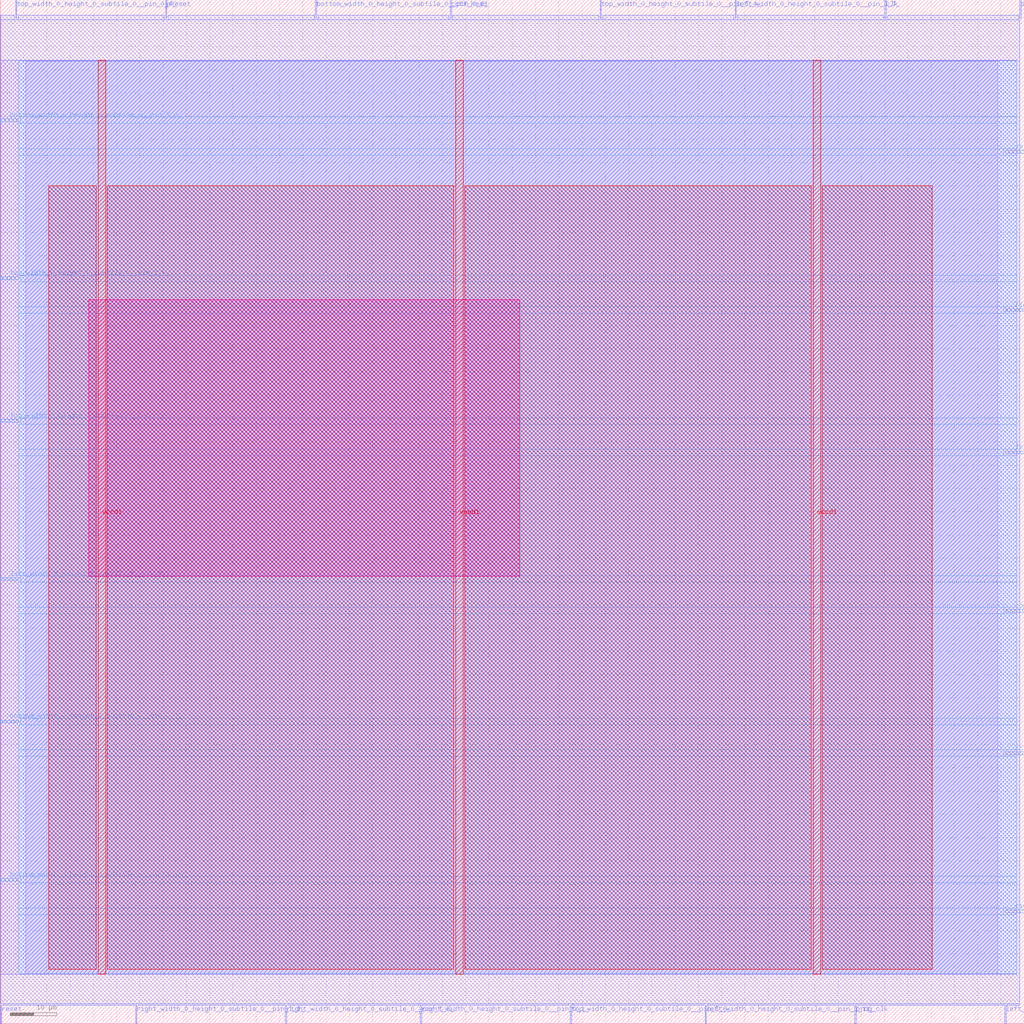
<source format=lef>
VERSION 5.7 ;
  NOWIREEXTENSIONATPIN ON ;
  DIVIDERCHAR "/" ;
  BUSBITCHARS "[]" ;
MACRO grid_clb
  CLASS BLOCK ;
  FOREIGN grid_clb ;
  ORIGIN 0.000 0.000 ;
  SIZE 220.000 BY 220.000 ;
  PIN bottom_width_0_height_0_subtile_0__pin_I_10_
    DIRECTION INPUT ;
    USE SIGNAL ;
    PORT
      LAYER met3 ;
        RECT 0.000 30.640 4.000 31.240 ;
    END
  END bottom_width_0_height_0_subtile_0__pin_I_10_
  PIN bottom_width_0_height_0_subtile_0__pin_I_2_
    DIRECTION INPUT ;
    USE SIGNAL ;
    PORT
      LAYER met2 ;
        RECT 219.050 216.000 219.330 220.000 ;
    END
  END bottom_width_0_height_0_subtile_0__pin_I_2_
  PIN bottom_width_0_height_0_subtile_0__pin_I_6_
    DIRECTION INPUT ;
    USE SIGNAL ;
    PORT
      LAYER met3 ;
        RECT 0.000 193.840 4.000 194.440 ;
    END
  END bottom_width_0_height_0_subtile_0__pin_I_6_
  PIN bottom_width_0_height_0_subtile_0__pin_O_2_
    DIRECTION OUTPUT TRISTATE ;
    USE SIGNAL ;
    PORT
      LAYER met3 ;
        RECT 0.000 64.640 4.000 65.240 ;
    END
  END bottom_width_0_height_0_subtile_0__pin_O_2_
  PIN bottom_width_0_height_0_subtile_0__pin_O_6_
    DIRECTION OUTPUT TRISTATE ;
    USE SIGNAL ;
    PORT
      LAYER met2 ;
        RECT 67.710 216.000 67.990 220.000 ;
    END
  END bottom_width_0_height_0_subtile_0__pin_O_6_
  PIN ccff_head
    DIRECTION INPUT ;
    USE SIGNAL ;
    PORT
      LAYER met2 ;
        RECT 96.690 216.000 96.970 220.000 ;
    END
  END ccff_head
  PIN ccff_tail
    DIRECTION OUTPUT TRISTATE ;
    USE SIGNAL ;
    PORT
      LAYER met3 ;
        RECT 216.000 57.840 220.000 58.440 ;
    END
  END ccff_tail
  PIN clk
    DIRECTION INPUT ;
    USE SIGNAL ;
    PORT
      LAYER met2 ;
        RECT 190.070 216.000 190.350 220.000 ;
    END
  END clk
  PIN left_width_0_height_0_subtile_0__pin_I_11_
    DIRECTION INPUT ;
    USE SIGNAL ;
    PORT
      LAYER met2 ;
        RECT 151.430 0.000 151.710 4.000 ;
    END
  END left_width_0_height_0_subtile_0__pin_I_11_
  PIN left_width_0_height_0_subtile_0__pin_I_3_
    DIRECTION INPUT ;
    USE SIGNAL ;
    PORT
      LAYER met3 ;
        RECT 216.000 122.440 220.000 123.040 ;
    END
  END left_width_0_height_0_subtile_0__pin_I_3_
  PIN left_width_0_height_0_subtile_0__pin_I_7_
    DIRECTION INPUT ;
    USE SIGNAL ;
    PORT
      LAYER met2 ;
        RECT 157.870 216.000 158.150 220.000 ;
    END
  END left_width_0_height_0_subtile_0__pin_I_7_
  PIN left_width_0_height_0_subtile_0__pin_O_3_
    DIRECTION OUTPUT TRISTATE ;
    USE SIGNAL ;
    PORT
      LAYER met2 ;
        RECT 215.830 0.000 216.110 4.000 ;
    END
  END left_width_0_height_0_subtile_0__pin_O_3_
  PIN left_width_0_height_0_subtile_0__pin_O_7_
    DIRECTION OUTPUT TRISTATE ;
    USE SIGNAL ;
    PORT
      LAYER met3 ;
        RECT 0.000 95.240 4.000 95.840 ;
    END
  END left_width_0_height_0_subtile_0__pin_O_7_
  PIN pReset
    DIRECTION INPUT ;
    USE SIGNAL ;
    PORT
      LAYER met2 ;
        RECT 35.510 216.000 35.790 220.000 ;
    END
  END pReset
  PIN prog_clk
    DIRECTION INPUT ;
    USE SIGNAL ;
    PORT
      LAYER met2 ;
        RECT 183.630 0.000 183.910 4.000 ;
    END
  END prog_clk
  PIN reset
    DIRECTION INPUT ;
    USE SIGNAL ;
    PORT
      LAYER met2 ;
        RECT 0.090 0.000 0.370 4.000 ;
    END
  END reset
  PIN right_width_0_height_0_subtile_0__pin_I_1_
    DIRECTION INPUT ;
    USE SIGNAL ;
    PORT
      LAYER met2 ;
        RECT 29.070 0.000 29.350 4.000 ;
    END
  END right_width_0_height_0_subtile_0__pin_I_1_
  PIN right_width_0_height_0_subtile_0__pin_I_5_
    DIRECTION INPUT ;
    USE SIGNAL ;
    PORT
      LAYER met2 ;
        RECT 61.270 0.000 61.550 4.000 ;
    END
  END right_width_0_height_0_subtile_0__pin_I_5_
  PIN right_width_0_height_0_subtile_0__pin_I_9_
    DIRECTION INPUT ;
    USE SIGNAL ;
    PORT
      LAYER met3 ;
        RECT 216.000 23.840 220.000 24.440 ;
    END
  END right_width_0_height_0_subtile_0__pin_I_9_
  PIN right_width_0_height_0_subtile_0__pin_O_1_
    DIRECTION OUTPUT TRISTATE ;
    USE SIGNAL ;
    PORT
      LAYER met2 ;
        RECT 90.250 0.000 90.530 4.000 ;
    END
  END right_width_0_height_0_subtile_0__pin_O_1_
  PIN right_width_0_height_0_subtile_0__pin_O_5_
    DIRECTION OUTPUT TRISTATE ;
    USE SIGNAL ;
    PORT
      LAYER met3 ;
        RECT 216.000 153.040 220.000 153.640 ;
    END
  END right_width_0_height_0_subtile_0__pin_O_5_
  PIN set
    DIRECTION INPUT ;
    USE SIGNAL ;
    PORT
      LAYER met3 ;
        RECT 216.000 187.040 220.000 187.640 ;
    END
  END set
  PIN top_width_0_height_0_subtile_0__pin_I_0_
    DIRECTION INPUT ;
    USE SIGNAL ;
    PORT
      LAYER met3 ;
        RECT 0.000 159.840 4.000 160.440 ;
    END
  END top_width_0_height_0_subtile_0__pin_I_0_
  PIN top_width_0_height_0_subtile_0__pin_I_4_
    DIRECTION INPUT ;
    USE SIGNAL ;
    PORT
      LAYER met2 ;
        RECT 128.890 216.000 129.170 220.000 ;
    END
  END top_width_0_height_0_subtile_0__pin_I_4_
  PIN top_width_0_height_0_subtile_0__pin_I_8_
    DIRECTION INPUT ;
    USE SIGNAL ;
    PORT
      LAYER met2 ;
        RECT 122.450 0.000 122.730 4.000 ;
    END
  END top_width_0_height_0_subtile_0__pin_I_8_
  PIN top_width_0_height_0_subtile_0__pin_O_0_
    DIRECTION OUTPUT TRISTATE ;
    USE SIGNAL ;
    PORT
      LAYER met3 ;
        RECT 0.000 129.240 4.000 129.840 ;
    END
  END top_width_0_height_0_subtile_0__pin_O_0_
  PIN top_width_0_height_0_subtile_0__pin_O_4_
    DIRECTION OUTPUT TRISTATE ;
    USE SIGNAL ;
    PORT
      LAYER met2 ;
        RECT 3.310 216.000 3.590 220.000 ;
    END
  END top_width_0_height_0_subtile_0__pin_O_4_
  PIN top_width_0_height_0_subtile_0__pin_clk_0_
    DIRECTION INPUT ;
    USE SIGNAL ;
    PORT
      LAYER met3 ;
        RECT 216.000 88.440 220.000 89.040 ;
    END
  END top_width_0_height_0_subtile_0__pin_clk_0_
  PIN vccd1
    DIRECTION INOUT ;
    USE POWER ;
    PORT
      LAYER met4 ;
        RECT 21.040 10.640 22.640 206.960 ;
    END
    PORT
      LAYER met4 ;
        RECT 174.640 10.640 176.240 206.960 ;
    END
  END vccd1
  PIN vssd1
    DIRECTION INOUT ;
    USE GROUND ;
    PORT
      LAYER met4 ;
        RECT 97.840 10.640 99.440 206.960 ;
    END
  END vssd1
  OBS
      LAYER li1 ;
        RECT 5.520 10.795 214.360 206.805 ;
      LAYER met1 ;
        RECT 0.070 10.640 218.430 206.960 ;
      LAYER met2 ;
        RECT 0.100 215.720 3.030 216.650 ;
        RECT 3.870 215.720 35.230 216.650 ;
        RECT 36.070 215.720 67.430 216.650 ;
        RECT 68.270 215.720 96.410 216.650 ;
        RECT 97.250 215.720 128.610 216.650 ;
        RECT 129.450 215.720 157.590 216.650 ;
        RECT 158.430 215.720 189.790 216.650 ;
        RECT 190.630 215.720 218.770 216.650 ;
        RECT 0.100 4.280 219.050 215.720 ;
        RECT 0.650 4.000 28.790 4.280 ;
        RECT 29.630 4.000 60.990 4.280 ;
        RECT 61.830 4.000 89.970 4.280 ;
        RECT 90.810 4.000 122.170 4.280 ;
        RECT 123.010 4.000 151.150 4.280 ;
        RECT 151.990 4.000 183.350 4.280 ;
        RECT 184.190 4.000 215.550 4.280 ;
        RECT 216.390 4.000 219.050 4.280 ;
      LAYER met3 ;
        RECT 4.000 194.840 218.435 206.885 ;
        RECT 4.400 193.440 218.435 194.840 ;
        RECT 4.000 188.040 218.435 193.440 ;
        RECT 4.000 186.640 215.600 188.040 ;
        RECT 4.000 160.840 218.435 186.640 ;
        RECT 4.400 159.440 218.435 160.840 ;
        RECT 4.000 154.040 218.435 159.440 ;
        RECT 4.000 152.640 215.600 154.040 ;
        RECT 4.000 130.240 218.435 152.640 ;
        RECT 4.400 128.840 218.435 130.240 ;
        RECT 4.000 123.440 218.435 128.840 ;
        RECT 4.000 122.040 215.600 123.440 ;
        RECT 4.000 96.240 218.435 122.040 ;
        RECT 4.400 94.840 218.435 96.240 ;
        RECT 4.000 89.440 218.435 94.840 ;
        RECT 4.000 88.040 215.600 89.440 ;
        RECT 4.000 65.640 218.435 88.040 ;
        RECT 4.400 64.240 218.435 65.640 ;
        RECT 4.000 58.840 218.435 64.240 ;
        RECT 4.000 57.440 215.600 58.840 ;
        RECT 4.000 31.640 218.435 57.440 ;
        RECT 4.400 30.240 218.435 31.640 ;
        RECT 4.000 24.840 218.435 30.240 ;
        RECT 4.000 23.440 215.600 24.840 ;
        RECT 4.000 10.715 218.435 23.440 ;
      LAYER met4 ;
        RECT 10.415 11.735 20.640 180.025 ;
        RECT 23.040 11.735 97.440 180.025 ;
        RECT 99.840 11.735 174.240 180.025 ;
        RECT 176.640 11.735 200.265 180.025 ;
      LAYER met5 ;
        RECT 18.980 96.100 111.660 155.500 ;
  END
END grid_clb
END LIBRARY


</source>
